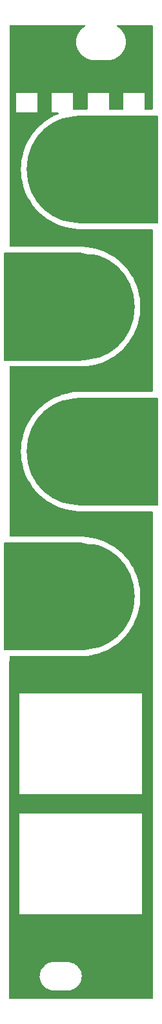
<source format=gbr>
%TF.GenerationSoftware,KiCad,Pcbnew,(6.0.11)*%
%TF.CreationDate,2023-03-29T15:24:13+01:00*%
%TF.ProjectId,QuadEnv_Panel,51756164-456e-4765-9f50-616e656c2e6b,rev?*%
%TF.SameCoordinates,Original*%
%TF.FileFunction,Copper,L2,Bot*%
%TF.FilePolarity,Positive*%
%FSLAX46Y46*%
G04 Gerber Fmt 4.6, Leading zero omitted, Abs format (unit mm)*
G04 Created by KiCad (PCBNEW (6.0.11)) date 2023-03-29 15:24:13*
%MOMM*%
%LPD*%
G01*
G04 APERTURE LIST*
%TA.AperFunction,NonConductor*%
%ADD10C,0.150000*%
%TD*%
%TA.AperFunction,NonConductor*%
%ADD11C,7.075000*%
%TD*%
G04 APERTURE END LIST*
D10*
X49400000Y-117000000D02*
X59400000Y-117000000D01*
X59400000Y-117000000D02*
X59400000Y-103000000D01*
X59400000Y-103000000D02*
X49400000Y-103000000D01*
X49400000Y-103000000D02*
X49400000Y-117000000D01*
G36*
X49400000Y-117000000D02*
G01*
X59400000Y-117000000D01*
X59400000Y-103000000D01*
X49400000Y-103000000D01*
X49400000Y-117000000D01*
G37*
X69500000Y-84000000D02*
X59400000Y-84000000D01*
X59400000Y-84000000D02*
X59400000Y-98000000D01*
X59400000Y-98000000D02*
X69500000Y-98000000D01*
X69500000Y-98000000D02*
X69500000Y-84000000D01*
G36*
X69500000Y-84000000D02*
G01*
X59400000Y-84000000D01*
X59400000Y-98000000D01*
X69500000Y-98000000D01*
X69500000Y-84000000D01*
G37*
D11*
X62937500Y-54000000D02*
G75*
G03*
X62937500Y-54000000I-3537500J0D01*
G01*
X62937500Y-110000000D02*
G75*
G03*
X62937500Y-110000000I-3537500J0D01*
G01*
X62937500Y-72000000D02*
G75*
G03*
X62937500Y-72000000I-3537500J0D01*
G01*
X62937500Y-91000000D02*
G75*
G03*
X62937500Y-91000000I-3537500J0D01*
G01*
D10*
X49400000Y-79000000D02*
X59400000Y-79000000D01*
X59400000Y-79000000D02*
X59400000Y-65000000D01*
X59400000Y-65000000D02*
X49400000Y-65000000D01*
X49400000Y-65000000D02*
X49400000Y-79000000D01*
G36*
X49400000Y-79000000D02*
G01*
X59400000Y-79000000D01*
X59400000Y-65000000D01*
X49400000Y-65000000D01*
X49400000Y-79000000D01*
G37*
X69500000Y-47000000D02*
X59200000Y-47000000D01*
X59200000Y-47000000D02*
X59200000Y-61000000D01*
X59200000Y-61000000D02*
X69500000Y-61000000D01*
X69500000Y-61000000D02*
X69500000Y-47000000D01*
G36*
X69500000Y-47000000D02*
G01*
X59200000Y-47000000D01*
X59200000Y-61000000D01*
X69500000Y-61000000D01*
X69500000Y-47000000D01*
G37*
%TA.AperFunction,NonConductor*%
G36*
X59968582Y-35070502D02*
G01*
X60015075Y-35124158D01*
X60025179Y-35194432D01*
X59995685Y-35259012D01*
X59970463Y-35281265D01*
X59749467Y-35428929D01*
X59749462Y-35428933D01*
X59746036Y-35431222D01*
X59742942Y-35433936D01*
X59742936Y-35433940D01*
X59517469Y-35631671D01*
X59514380Y-35634380D01*
X59511671Y-35637469D01*
X59313940Y-35862936D01*
X59313936Y-35862942D01*
X59311222Y-35866036D01*
X59140040Y-36122228D01*
X59003762Y-36398573D01*
X58904720Y-36690341D01*
X58844609Y-36992540D01*
X58824457Y-37300000D01*
X58844609Y-37607460D01*
X58904720Y-37909659D01*
X59003762Y-38201427D01*
X59140040Y-38477771D01*
X59311222Y-38733964D01*
X59313936Y-38737058D01*
X59313940Y-38737064D01*
X59511671Y-38962531D01*
X59514380Y-38965620D01*
X59517469Y-38968329D01*
X59742936Y-39166060D01*
X59742942Y-39166064D01*
X59746036Y-39168778D01*
X60002229Y-39339960D01*
X60005928Y-39341784D01*
X60005933Y-39341787D01*
X60147962Y-39411828D01*
X60278573Y-39476238D01*
X60282478Y-39477564D01*
X60282479Y-39477564D01*
X60566434Y-39573954D01*
X60566437Y-39573955D01*
X60570341Y-39575280D01*
X60574380Y-39576083D01*
X60574386Y-39576085D01*
X60868497Y-39634587D01*
X60868500Y-39634587D01*
X60872540Y-39635391D01*
X60876651Y-39635660D01*
X60876655Y-39635661D01*
X61101010Y-39650366D01*
X61101019Y-39650366D01*
X61103059Y-39650500D01*
X63056941Y-39650500D01*
X63058981Y-39650366D01*
X63058990Y-39650366D01*
X63283345Y-39635661D01*
X63283349Y-39635660D01*
X63287460Y-39635391D01*
X63291500Y-39634587D01*
X63291503Y-39634587D01*
X63585614Y-39576085D01*
X63585620Y-39576083D01*
X63589659Y-39575280D01*
X63593563Y-39573955D01*
X63593566Y-39573954D01*
X63877521Y-39477564D01*
X63877522Y-39477564D01*
X63881427Y-39476238D01*
X64012038Y-39411828D01*
X64154067Y-39341787D01*
X64154072Y-39341784D01*
X64157771Y-39339960D01*
X64413964Y-39168778D01*
X64417058Y-39166064D01*
X64417064Y-39166060D01*
X64642531Y-38968329D01*
X64645620Y-38965620D01*
X64648329Y-38962531D01*
X64846060Y-38737064D01*
X64846064Y-38737058D01*
X64848778Y-38733964D01*
X65019960Y-38477772D01*
X65156238Y-38201427D01*
X65255280Y-37909659D01*
X65315391Y-37607460D01*
X65335543Y-37300000D01*
X65315391Y-36992540D01*
X65255280Y-36690341D01*
X65156238Y-36398573D01*
X65019960Y-36122229D01*
X64848778Y-35866036D01*
X64846064Y-35862942D01*
X64846060Y-35862936D01*
X64648329Y-35637469D01*
X64645620Y-35634380D01*
X64642531Y-35631671D01*
X64417064Y-35433940D01*
X64417058Y-35433936D01*
X64413964Y-35431222D01*
X64410538Y-35428933D01*
X64410533Y-35428929D01*
X64189537Y-35281265D01*
X64144009Y-35226788D01*
X64135161Y-35156345D01*
X64165802Y-35092301D01*
X64226204Y-35054990D01*
X64259539Y-35050500D01*
X68723500Y-35050500D01*
X68791621Y-35070502D01*
X68838114Y-35124158D01*
X68849500Y-35176500D01*
X68849500Y-46048500D01*
X68829498Y-46116621D01*
X68775842Y-46163114D01*
X68723500Y-46174500D01*
X67926000Y-46174500D01*
X67857879Y-46154498D01*
X67811386Y-46100842D01*
X67800000Y-46048500D01*
X67800000Y-44000000D01*
X65000000Y-44000000D01*
X65000000Y-46048500D01*
X64979998Y-46116621D01*
X64926342Y-46163114D01*
X64874000Y-46174500D01*
X63226000Y-46174500D01*
X63157879Y-46154498D01*
X63111386Y-46100842D01*
X63100000Y-46048500D01*
X63100000Y-44000000D01*
X60300000Y-44000000D01*
X60300000Y-46048500D01*
X60279998Y-46116621D01*
X60226342Y-46163114D01*
X60174000Y-46174500D01*
X59679550Y-46174500D01*
X59675364Y-46174427D01*
X59673280Y-46174281D01*
X59276970Y-46174281D01*
X59256393Y-46172589D01*
X59254282Y-46172240D01*
X59253088Y-46172042D01*
X59253087Y-46172042D01*
X59246352Y-46170927D01*
X59239535Y-46171284D01*
X59239531Y-46171284D01*
X59185656Y-46174108D01*
X59179062Y-46174281D01*
X59126720Y-46174281D01*
X59124534Y-46174434D01*
X59124530Y-46174434D01*
X58652894Y-46207414D01*
X58581491Y-46212407D01*
X58579323Y-46212712D01*
X58579320Y-46212712D01*
X58543535Y-46217741D01*
X58473294Y-46207414D01*
X58419786Y-46160750D01*
X58400000Y-46092967D01*
X58400000Y-44000000D01*
X55600000Y-44000000D01*
X55600000Y-46500000D01*
X56412231Y-46500000D01*
X56480352Y-46520002D01*
X56526845Y-46573658D01*
X56536949Y-46643932D01*
X56507455Y-46708512D01*
X56463480Y-46741107D01*
X55967340Y-46962003D01*
X55484756Y-47218598D01*
X55482897Y-47219760D01*
X55482886Y-47219766D01*
X55220108Y-47383968D01*
X55021246Y-47508230D01*
X54579070Y-47829490D01*
X54577376Y-47830911D01*
X54577374Y-47830913D01*
X54162067Y-48179397D01*
X54162060Y-48179403D01*
X54160380Y-48180813D01*
X53767218Y-48560485D01*
X53765756Y-48562108D01*
X53765747Y-48562118D01*
X53465463Y-48895618D01*
X53401497Y-48966659D01*
X53065001Y-49397354D01*
X52759369Y-49850473D01*
X52486089Y-50323808D01*
X52246492Y-50815053D01*
X52245670Y-50817088D01*
X52245664Y-50817101D01*
X52042576Y-51319762D01*
X52041747Y-51321815D01*
X51872851Y-51841625D01*
X51740626Y-52371950D01*
X51645717Y-52910207D01*
X51588586Y-53453773D01*
X51569511Y-54000000D01*
X51588586Y-54546227D01*
X51645717Y-55089793D01*
X51740626Y-55628050D01*
X51872851Y-56158375D01*
X52041747Y-56678185D01*
X52042572Y-56680226D01*
X52042576Y-56680238D01*
X52245664Y-57182899D01*
X52245670Y-57182912D01*
X52246492Y-57184947D01*
X52486089Y-57676192D01*
X52759369Y-58149527D01*
X53065001Y-58602646D01*
X53401497Y-59033341D01*
X53402981Y-59034989D01*
X53765747Y-59437882D01*
X53765756Y-59437892D01*
X53767218Y-59439515D01*
X54160380Y-59819187D01*
X54162060Y-59820597D01*
X54162067Y-59820603D01*
X54577374Y-60169087D01*
X54579070Y-60170510D01*
X55021246Y-60491770D01*
X55484755Y-60781402D01*
X55967340Y-61037997D01*
X55969346Y-61038890D01*
X55969356Y-61038895D01*
X56464652Y-61259415D01*
X56464658Y-61259417D01*
X56466647Y-61260303D01*
X56468696Y-61261049D01*
X56468704Y-61261052D01*
X56667312Y-61333339D01*
X56980246Y-61447238D01*
X57505633Y-61597890D01*
X58040250Y-61711526D01*
X58581491Y-61787593D01*
X59097428Y-61823671D01*
X59103429Y-61824297D01*
X59107440Y-61825193D01*
X59112931Y-61825500D01*
X59120450Y-61825500D01*
X59124645Y-61825574D01*
X59126720Y-61825719D01*
X59127321Y-61825719D01*
X59142618Y-61827247D01*
X59146912Y-61827958D01*
X59146913Y-61827958D01*
X59153648Y-61829073D01*
X59160465Y-61828716D01*
X59160469Y-61828716D01*
X59214344Y-61825892D01*
X59220938Y-61825719D01*
X59673280Y-61825719D01*
X59675364Y-61825573D01*
X59679550Y-61825500D01*
X68723500Y-61825500D01*
X68791621Y-61845502D01*
X68838114Y-61899158D01*
X68849500Y-61951500D01*
X68849500Y-83048500D01*
X68829498Y-83116621D01*
X68775842Y-83163114D01*
X68723500Y-83174500D01*
X59679550Y-83174500D01*
X59675364Y-83174427D01*
X59673280Y-83174281D01*
X59476970Y-83174281D01*
X59456393Y-83172589D01*
X59454282Y-83172240D01*
X59453088Y-83172042D01*
X59453087Y-83172042D01*
X59446352Y-83170927D01*
X59439535Y-83171284D01*
X59439531Y-83171284D01*
X59385656Y-83174108D01*
X59379062Y-83174281D01*
X59126720Y-83174281D01*
X59124534Y-83174434D01*
X59124530Y-83174434D01*
X58583679Y-83212254D01*
X58581491Y-83212407D01*
X58040250Y-83288474D01*
X57505633Y-83402110D01*
X56980246Y-83552762D01*
X56667312Y-83666661D01*
X56468704Y-83738948D01*
X56468696Y-83738951D01*
X56466647Y-83739697D01*
X56464658Y-83740583D01*
X56464652Y-83740585D01*
X55969332Y-83961116D01*
X55967340Y-83962003D01*
X55484756Y-84218598D01*
X55482897Y-84219760D01*
X55482886Y-84219766D01*
X55220108Y-84383968D01*
X55021246Y-84508230D01*
X54579070Y-84829490D01*
X54577376Y-84830911D01*
X54577374Y-84830913D01*
X54162067Y-85179397D01*
X54162060Y-85179403D01*
X54160380Y-85180813D01*
X53767218Y-85560485D01*
X53765756Y-85562108D01*
X53765747Y-85562118D01*
X53465463Y-85895618D01*
X53401497Y-85966659D01*
X53065001Y-86397354D01*
X52759369Y-86850473D01*
X52486089Y-87323808D01*
X52246492Y-87815053D01*
X52245670Y-87817088D01*
X52245664Y-87817101D01*
X52042576Y-88319762D01*
X52041747Y-88321815D01*
X51872851Y-88841625D01*
X51740626Y-89371950D01*
X51645717Y-89910207D01*
X51588586Y-90453773D01*
X51569511Y-91000000D01*
X51588586Y-91546227D01*
X51645717Y-92089793D01*
X51740626Y-92628050D01*
X51872851Y-93158375D01*
X52041747Y-93678185D01*
X52042572Y-93680226D01*
X52042576Y-93680238D01*
X52245664Y-94182899D01*
X52245670Y-94182912D01*
X52246492Y-94184947D01*
X52486089Y-94676192D01*
X52759369Y-95149527D01*
X53065001Y-95602646D01*
X53401497Y-96033341D01*
X53402981Y-96034989D01*
X53765747Y-96437882D01*
X53765756Y-96437892D01*
X53767218Y-96439515D01*
X54160380Y-96819187D01*
X54162060Y-96820597D01*
X54162067Y-96820603D01*
X54577374Y-97169087D01*
X54579070Y-97170510D01*
X55021246Y-97491770D01*
X55484755Y-97781402D01*
X55967340Y-98037997D01*
X55969346Y-98038890D01*
X55969356Y-98038895D01*
X56464652Y-98259415D01*
X56464658Y-98259417D01*
X56466647Y-98260303D01*
X56468696Y-98261049D01*
X56468704Y-98261052D01*
X56667312Y-98333339D01*
X56980246Y-98447238D01*
X57505633Y-98597890D01*
X58040250Y-98711526D01*
X58581491Y-98787593D01*
X58583679Y-98787746D01*
X59124530Y-98825566D01*
X59124534Y-98825566D01*
X59126720Y-98825719D01*
X59323030Y-98825719D01*
X59343607Y-98827411D01*
X59345718Y-98827760D01*
X59346912Y-98827958D01*
X59346913Y-98827958D01*
X59353648Y-98829073D01*
X59360465Y-98828716D01*
X59360469Y-98828716D01*
X59414344Y-98825892D01*
X59420938Y-98825719D01*
X59673280Y-98825719D01*
X59675364Y-98825573D01*
X59679550Y-98825500D01*
X68723500Y-98825500D01*
X68791621Y-98845502D01*
X68838114Y-98899158D01*
X68849500Y-98951500D01*
X68849500Y-161923500D01*
X68829498Y-161991621D01*
X68775842Y-162038114D01*
X68723500Y-162049500D01*
X58959539Y-162049500D01*
X58891418Y-162029498D01*
X58844925Y-161975842D01*
X58834821Y-161905568D01*
X58864315Y-161840988D01*
X58889537Y-161818735D01*
X59110533Y-161671071D01*
X59110538Y-161671067D01*
X59113964Y-161668778D01*
X59117058Y-161666064D01*
X59117064Y-161666060D01*
X59342531Y-161468329D01*
X59345620Y-161465620D01*
X59348329Y-161462531D01*
X59546060Y-161237064D01*
X59546064Y-161237058D01*
X59548778Y-161233964D01*
X59719960Y-160977772D01*
X59856238Y-160701427D01*
X59955280Y-160409659D01*
X60015391Y-160107460D01*
X60035543Y-159800000D01*
X60015391Y-159492540D01*
X59955280Y-159190341D01*
X59856238Y-158898573D01*
X59719960Y-158622229D01*
X59548778Y-158366036D01*
X59546064Y-158362942D01*
X59546060Y-158362936D01*
X59348329Y-158137469D01*
X59345620Y-158134380D01*
X59342531Y-158131671D01*
X59117064Y-157933940D01*
X59117058Y-157933936D01*
X59113964Y-157931222D01*
X58857771Y-157760040D01*
X58854072Y-157758216D01*
X58854067Y-157758213D01*
X58712038Y-157688172D01*
X58581427Y-157623762D01*
X58577521Y-157622436D01*
X58293566Y-157526046D01*
X58293563Y-157526045D01*
X58289659Y-157524720D01*
X58285620Y-157523917D01*
X58285614Y-157523915D01*
X57991503Y-157465413D01*
X57991500Y-157465413D01*
X57987460Y-157464609D01*
X57983349Y-157464340D01*
X57983345Y-157464339D01*
X57758990Y-157449634D01*
X57758981Y-157449634D01*
X57756941Y-157449500D01*
X55803059Y-157449500D01*
X55801019Y-157449634D01*
X55801010Y-157449634D01*
X55576655Y-157464339D01*
X55576651Y-157464340D01*
X55572540Y-157464609D01*
X55568500Y-157465413D01*
X55568497Y-157465413D01*
X55274386Y-157523915D01*
X55274380Y-157523917D01*
X55270341Y-157524720D01*
X55266437Y-157526045D01*
X55266434Y-157526046D01*
X54982479Y-157622436D01*
X54978573Y-157623762D01*
X54847962Y-157688172D01*
X54705933Y-157758213D01*
X54705928Y-157758216D01*
X54702229Y-157760040D01*
X54446036Y-157931222D01*
X54442942Y-157933936D01*
X54442936Y-157933940D01*
X54217469Y-158131671D01*
X54214380Y-158134380D01*
X54211671Y-158137469D01*
X54013940Y-158362936D01*
X54013936Y-158362942D01*
X54011222Y-158366036D01*
X53840040Y-158622228D01*
X53703762Y-158898573D01*
X53604720Y-159190341D01*
X53544609Y-159492540D01*
X53524457Y-159800000D01*
X53544609Y-160107460D01*
X53604720Y-160409659D01*
X53703762Y-160701427D01*
X53840040Y-160977771D01*
X54011222Y-161233964D01*
X54013936Y-161237058D01*
X54013940Y-161237064D01*
X54211671Y-161462531D01*
X54214380Y-161465620D01*
X54217469Y-161468329D01*
X54442936Y-161666060D01*
X54442942Y-161666064D01*
X54446036Y-161668778D01*
X54449462Y-161671067D01*
X54449467Y-161671071D01*
X54670463Y-161818735D01*
X54715991Y-161873212D01*
X54724839Y-161943655D01*
X54694198Y-162007699D01*
X54633796Y-162045010D01*
X54600461Y-162049500D01*
X50176500Y-162049500D01*
X50108379Y-162029498D01*
X50061886Y-161975842D01*
X50050500Y-161923500D01*
X50050500Y-151745862D01*
X50580497Y-151745862D01*
X50581737Y-151753077D01*
X50581737Y-151753080D01*
X50591299Y-151808724D01*
X50592271Y-151815473D01*
X50599657Y-151878828D01*
X50602155Y-151885709D01*
X50602821Y-151887544D01*
X50608563Y-151909200D01*
X50608893Y-151911122D01*
X50608894Y-151911127D01*
X50610134Y-151918340D01*
X50613000Y-151925076D01*
X50613002Y-151925082D01*
X50635109Y-151977036D01*
X50637608Y-151983379D01*
X50659369Y-152043331D01*
X50663383Y-152049454D01*
X50663386Y-152049459D01*
X50664458Y-152051095D01*
X50675023Y-152070838D01*
X50678654Y-152079373D01*
X50682992Y-152085268D01*
X50682994Y-152085271D01*
X50716465Y-152130753D01*
X50720352Y-152136345D01*
X50755323Y-152189685D01*
X50760634Y-152194716D01*
X50760638Y-152194721D01*
X50762058Y-152196066D01*
X50776888Y-152212858D01*
X50778042Y-152214427D01*
X50778048Y-152214434D01*
X50782383Y-152220324D01*
X50787957Y-152225059D01*
X50787963Y-152225066D01*
X50830987Y-152261618D01*
X50836059Y-152266168D01*
X50839870Y-152269778D01*
X50882372Y-152310040D01*
X50890401Y-152314703D01*
X50908695Y-152327634D01*
X50915755Y-152333632D01*
X50922277Y-152336962D01*
X50922278Y-152336963D01*
X50972549Y-152362632D01*
X50978532Y-152365893D01*
X51033702Y-152397939D01*
X51040708Y-152400061D01*
X51042577Y-152400627D01*
X51063351Y-152408999D01*
X51071616Y-152413219D01*
X51097835Y-152419634D01*
X51133574Y-152428380D01*
X51140149Y-152430179D01*
X51194185Y-152446545D01*
X51194189Y-152446546D01*
X51201193Y-152448667D01*
X51210071Y-152449218D01*
X51210457Y-152449242D01*
X51232586Y-152452609D01*
X51236151Y-152453481D01*
X51236158Y-152453482D01*
X51241606Y-152454815D01*
X51248923Y-152455269D01*
X51250709Y-152455380D01*
X51250718Y-152455380D01*
X51252648Y-152455500D01*
X51307435Y-152455500D01*
X51315237Y-152455742D01*
X51375862Y-152459503D01*
X51383078Y-152458263D01*
X51383079Y-152458263D01*
X51384947Y-152457942D01*
X51388568Y-152457320D01*
X51409904Y-152455500D01*
X67437435Y-152455500D01*
X67445237Y-152455742D01*
X67505862Y-152459503D01*
X67513077Y-152458263D01*
X67513080Y-152458263D01*
X67568724Y-152448701D01*
X67575473Y-152447729D01*
X67631554Y-152441191D01*
X67638828Y-152440343D01*
X67647548Y-152437178D01*
X67669200Y-152431437D01*
X67671122Y-152431107D01*
X67671127Y-152431106D01*
X67678340Y-152429866D01*
X67685076Y-152427000D01*
X67685082Y-152426998D01*
X67737036Y-152404891D01*
X67743380Y-152402392D01*
X67796450Y-152383129D01*
X67796452Y-152383128D01*
X67803331Y-152380631D01*
X67809454Y-152376617D01*
X67809459Y-152376614D01*
X67811095Y-152375542D01*
X67830839Y-152364977D01*
X67832638Y-152364212D01*
X67832640Y-152364211D01*
X67839373Y-152361346D01*
X67845268Y-152357008D01*
X67845271Y-152357006D01*
X67890753Y-152323535D01*
X67896351Y-152319644D01*
X67943566Y-152288689D01*
X67943567Y-152288688D01*
X67949685Y-152284677D01*
X67954716Y-152279366D01*
X67954721Y-152279362D01*
X67956066Y-152277942D01*
X67972858Y-152263112D01*
X67974427Y-152261958D01*
X67974434Y-152261952D01*
X67980324Y-152257617D01*
X67985059Y-152252043D01*
X67985066Y-152252037D01*
X68021618Y-152209013D01*
X68026168Y-152203941D01*
X68065006Y-152162942D01*
X68070040Y-152157628D01*
X68074703Y-152149599D01*
X68087634Y-152131305D01*
X68088889Y-152129828D01*
X68088890Y-152129827D01*
X68093632Y-152124245D01*
X68122634Y-152067447D01*
X68125895Y-152061465D01*
X68154263Y-152012627D01*
X68154264Y-152012626D01*
X68157939Y-152006298D01*
X68160627Y-151997422D01*
X68168999Y-151976649D01*
X68173219Y-151968384D01*
X68183815Y-151925082D01*
X68188380Y-151906426D01*
X68190179Y-151899851D01*
X68206545Y-151845815D01*
X68206546Y-151845811D01*
X68208667Y-151838807D01*
X68209242Y-151829543D01*
X68212609Y-151807414D01*
X68213481Y-151803849D01*
X68213482Y-151803842D01*
X68214815Y-151798394D01*
X68215500Y-151787352D01*
X68215500Y-151732565D01*
X68215742Y-151724763D01*
X68219049Y-151671449D01*
X68219503Y-151664138D01*
X68217320Y-151651432D01*
X68215500Y-151630096D01*
X68215500Y-138522565D01*
X68215742Y-138514763D01*
X68219049Y-138461449D01*
X68219503Y-138454138D01*
X68212374Y-138412648D01*
X68208701Y-138391276D01*
X68207729Y-138384527D01*
X68201191Y-138328446D01*
X68200343Y-138321172D01*
X68197178Y-138312452D01*
X68191437Y-138290800D01*
X68191107Y-138288878D01*
X68191106Y-138288873D01*
X68189866Y-138281660D01*
X68187000Y-138274924D01*
X68186998Y-138274918D01*
X68164891Y-138222964D01*
X68162392Y-138216620D01*
X68143129Y-138163550D01*
X68143128Y-138163548D01*
X68140631Y-138156669D01*
X68136617Y-138150546D01*
X68136614Y-138150541D01*
X68135542Y-138148905D01*
X68124977Y-138129161D01*
X68124212Y-138127362D01*
X68124211Y-138127360D01*
X68121346Y-138120627D01*
X68117006Y-138114729D01*
X68083535Y-138069247D01*
X68079644Y-138063649D01*
X68048689Y-138016434D01*
X68048688Y-138016433D01*
X68044677Y-138010315D01*
X68039366Y-138005284D01*
X68039362Y-138005279D01*
X68037942Y-138003934D01*
X68023112Y-137987142D01*
X68021958Y-137985573D01*
X68021952Y-137985566D01*
X68017617Y-137979676D01*
X68012043Y-137974941D01*
X68012037Y-137974934D01*
X67969013Y-137938382D01*
X67963941Y-137933832D01*
X67922942Y-137894994D01*
X67917628Y-137889960D01*
X67909599Y-137885297D01*
X67891305Y-137872366D01*
X67889828Y-137871111D01*
X67889827Y-137871110D01*
X67884245Y-137866368D01*
X67827447Y-137837366D01*
X67821465Y-137834105D01*
X67772627Y-137805737D01*
X67772626Y-137805736D01*
X67766298Y-137802061D01*
X67757422Y-137799373D01*
X67736649Y-137791001D01*
X67728384Y-137786781D01*
X67702165Y-137780366D01*
X67666426Y-137771620D01*
X67659851Y-137769821D01*
X67605815Y-137753455D01*
X67605811Y-137753454D01*
X67598807Y-137751333D01*
X67589929Y-137750782D01*
X67589543Y-137750758D01*
X67567414Y-137747391D01*
X67563849Y-137746519D01*
X67563842Y-137746518D01*
X67558394Y-137745185D01*
X67551077Y-137744731D01*
X67549291Y-137744620D01*
X67549282Y-137744620D01*
X67547352Y-137744500D01*
X67492565Y-137744500D01*
X67484763Y-137744258D01*
X67424138Y-137740497D01*
X67416922Y-137741737D01*
X67416921Y-137741737D01*
X67415053Y-137742058D01*
X67411432Y-137742680D01*
X67390096Y-137744500D01*
X51362565Y-137744500D01*
X51354763Y-137744258D01*
X51294138Y-137740497D01*
X51286923Y-137741737D01*
X51286920Y-137741737D01*
X51231276Y-137751299D01*
X51224526Y-137752271D01*
X51161172Y-137759657D01*
X51152452Y-137762822D01*
X51130800Y-137768563D01*
X51128878Y-137768893D01*
X51128873Y-137768894D01*
X51121660Y-137770134D01*
X51114924Y-137773000D01*
X51114918Y-137773002D01*
X51062964Y-137795109D01*
X51056620Y-137797608D01*
X51003550Y-137816871D01*
X51003548Y-137816872D01*
X50996669Y-137819369D01*
X50990546Y-137823383D01*
X50990541Y-137823386D01*
X50988905Y-137824458D01*
X50969161Y-137835023D01*
X50967362Y-137835788D01*
X50967360Y-137835789D01*
X50960627Y-137838654D01*
X50954732Y-137842992D01*
X50954729Y-137842994D01*
X50909247Y-137876465D01*
X50903655Y-137880352D01*
X50850315Y-137915323D01*
X50845284Y-137920634D01*
X50845279Y-137920638D01*
X50843934Y-137922058D01*
X50827142Y-137936888D01*
X50825573Y-137938042D01*
X50825566Y-137938048D01*
X50819676Y-137942383D01*
X50814941Y-137947957D01*
X50814934Y-137947963D01*
X50778382Y-137990987D01*
X50773832Y-137996059D01*
X50754531Y-138016434D01*
X50729960Y-138042372D01*
X50725297Y-138050401D01*
X50712366Y-138068695D01*
X50706368Y-138075755D01*
X50680017Y-138127362D01*
X50677368Y-138132549D01*
X50674107Y-138138532D01*
X50642061Y-138193702D01*
X50639939Y-138200708D01*
X50639373Y-138202577D01*
X50631001Y-138223351D01*
X50626781Y-138231616D01*
X50625040Y-138238732D01*
X50611620Y-138293574D01*
X50609821Y-138300149D01*
X50593455Y-138354185D01*
X50593454Y-138354189D01*
X50591333Y-138361193D01*
X50590880Y-138368497D01*
X50590758Y-138370457D01*
X50587391Y-138392586D01*
X50586519Y-138396151D01*
X50586518Y-138396158D01*
X50585185Y-138401606D01*
X50584500Y-138412648D01*
X50584500Y-138467435D01*
X50584258Y-138475237D01*
X50580497Y-138535862D01*
X50581737Y-138543078D01*
X50581737Y-138543079D01*
X50582680Y-138548565D01*
X50584500Y-138569904D01*
X50584500Y-151677435D01*
X50584258Y-151685237D01*
X50580497Y-151745862D01*
X50050500Y-151745862D01*
X50050500Y-135945862D01*
X50580497Y-135945862D01*
X50581737Y-135953077D01*
X50581737Y-135953080D01*
X50591299Y-136008724D01*
X50592271Y-136015473D01*
X50599657Y-136078828D01*
X50602155Y-136085709D01*
X50602821Y-136087544D01*
X50608563Y-136109200D01*
X50608893Y-136111122D01*
X50608894Y-136111127D01*
X50610134Y-136118340D01*
X50613000Y-136125076D01*
X50613002Y-136125082D01*
X50635109Y-136177036D01*
X50637608Y-136183379D01*
X50659369Y-136243331D01*
X50663383Y-136249454D01*
X50663386Y-136249459D01*
X50664458Y-136251095D01*
X50675023Y-136270838D01*
X50678654Y-136279373D01*
X50682992Y-136285268D01*
X50682994Y-136285271D01*
X50716465Y-136330753D01*
X50720352Y-136336345D01*
X50755323Y-136389685D01*
X50760634Y-136394716D01*
X50760638Y-136394721D01*
X50762058Y-136396066D01*
X50776888Y-136412858D01*
X50778042Y-136414427D01*
X50778048Y-136414434D01*
X50782383Y-136420324D01*
X50787957Y-136425059D01*
X50787963Y-136425066D01*
X50830987Y-136461618D01*
X50836059Y-136466168D01*
X50839870Y-136469778D01*
X50882372Y-136510040D01*
X50890401Y-136514703D01*
X50908695Y-136527634D01*
X50915755Y-136533632D01*
X50922277Y-136536962D01*
X50922278Y-136536963D01*
X50972549Y-136562632D01*
X50978532Y-136565893D01*
X51033702Y-136597939D01*
X51040708Y-136600061D01*
X51042577Y-136600627D01*
X51063351Y-136608999D01*
X51071616Y-136613219D01*
X51097835Y-136619634D01*
X51133574Y-136628380D01*
X51140149Y-136630179D01*
X51194185Y-136646545D01*
X51194189Y-136646546D01*
X51201193Y-136648667D01*
X51210071Y-136649218D01*
X51210457Y-136649242D01*
X51232586Y-136652609D01*
X51236151Y-136653481D01*
X51236158Y-136653482D01*
X51241606Y-136654815D01*
X51248923Y-136655269D01*
X51250709Y-136655380D01*
X51250718Y-136655380D01*
X51252648Y-136655500D01*
X51307435Y-136655500D01*
X51315237Y-136655742D01*
X51375862Y-136659503D01*
X51383078Y-136658263D01*
X51383079Y-136658263D01*
X51384947Y-136657942D01*
X51388568Y-136657320D01*
X51409904Y-136655500D01*
X67437435Y-136655500D01*
X67445237Y-136655742D01*
X67505862Y-136659503D01*
X67513077Y-136658263D01*
X67513080Y-136658263D01*
X67568724Y-136648701D01*
X67575473Y-136647729D01*
X67631554Y-136641191D01*
X67638828Y-136640343D01*
X67647548Y-136637178D01*
X67669200Y-136631437D01*
X67671122Y-136631107D01*
X67671127Y-136631106D01*
X67678340Y-136629866D01*
X67685076Y-136627000D01*
X67685082Y-136626998D01*
X67737036Y-136604891D01*
X67743380Y-136602392D01*
X67796450Y-136583129D01*
X67796452Y-136583128D01*
X67803331Y-136580631D01*
X67809454Y-136576617D01*
X67809459Y-136576614D01*
X67811095Y-136575542D01*
X67830839Y-136564977D01*
X67832638Y-136564212D01*
X67832640Y-136564211D01*
X67839373Y-136561346D01*
X67845268Y-136557008D01*
X67845271Y-136557006D01*
X67890753Y-136523535D01*
X67896351Y-136519644D01*
X67943566Y-136488689D01*
X67943567Y-136488688D01*
X67949685Y-136484677D01*
X67954716Y-136479366D01*
X67954721Y-136479362D01*
X67956066Y-136477942D01*
X67972858Y-136463112D01*
X67974427Y-136461958D01*
X67974434Y-136461952D01*
X67980324Y-136457617D01*
X67985059Y-136452043D01*
X67985066Y-136452037D01*
X68021618Y-136409013D01*
X68026168Y-136403941D01*
X68065006Y-136362942D01*
X68070040Y-136357628D01*
X68074703Y-136349599D01*
X68087634Y-136331305D01*
X68088889Y-136329828D01*
X68088890Y-136329827D01*
X68093632Y-136324245D01*
X68122634Y-136267447D01*
X68125895Y-136261465D01*
X68154263Y-136212627D01*
X68154264Y-136212626D01*
X68157939Y-136206298D01*
X68160627Y-136197422D01*
X68168999Y-136176649D01*
X68173219Y-136168384D01*
X68183815Y-136125082D01*
X68188380Y-136106426D01*
X68190179Y-136099851D01*
X68206545Y-136045815D01*
X68206546Y-136045811D01*
X68208667Y-136038807D01*
X68209242Y-136029543D01*
X68212609Y-136007414D01*
X68213481Y-136003849D01*
X68213482Y-136003842D01*
X68214815Y-135998394D01*
X68215500Y-135987352D01*
X68215500Y-135932565D01*
X68215742Y-135924763D01*
X68219049Y-135871449D01*
X68219503Y-135864138D01*
X68217320Y-135851432D01*
X68215500Y-135830096D01*
X68215500Y-122722565D01*
X68215742Y-122714763D01*
X68219049Y-122661449D01*
X68219503Y-122654138D01*
X68212374Y-122612648D01*
X68208701Y-122591276D01*
X68207729Y-122584527D01*
X68201191Y-122528446D01*
X68200343Y-122521172D01*
X68197178Y-122512452D01*
X68191437Y-122490800D01*
X68191107Y-122488878D01*
X68191106Y-122488873D01*
X68189866Y-122481660D01*
X68187000Y-122474924D01*
X68186998Y-122474918D01*
X68164891Y-122422964D01*
X68162392Y-122416620D01*
X68143129Y-122363550D01*
X68143128Y-122363548D01*
X68140631Y-122356669D01*
X68136617Y-122350546D01*
X68136614Y-122350541D01*
X68135542Y-122348905D01*
X68124977Y-122329161D01*
X68124212Y-122327362D01*
X68124211Y-122327360D01*
X68121346Y-122320627D01*
X68117006Y-122314729D01*
X68083535Y-122269247D01*
X68079644Y-122263649D01*
X68048689Y-122216434D01*
X68048688Y-122216433D01*
X68044677Y-122210315D01*
X68039366Y-122205284D01*
X68039362Y-122205279D01*
X68037942Y-122203934D01*
X68023112Y-122187142D01*
X68021958Y-122185573D01*
X68021952Y-122185566D01*
X68017617Y-122179676D01*
X68012043Y-122174941D01*
X68012037Y-122174934D01*
X67969013Y-122138382D01*
X67963941Y-122133832D01*
X67922942Y-122094994D01*
X67917628Y-122089960D01*
X67909599Y-122085297D01*
X67891305Y-122072366D01*
X67889828Y-122071111D01*
X67889827Y-122071110D01*
X67884245Y-122066368D01*
X67827447Y-122037366D01*
X67821465Y-122034105D01*
X67772627Y-122005737D01*
X67772626Y-122005736D01*
X67766298Y-122002061D01*
X67757422Y-121999373D01*
X67736649Y-121991001D01*
X67728384Y-121986781D01*
X67702165Y-121980366D01*
X67666426Y-121971620D01*
X67659851Y-121969821D01*
X67605815Y-121953455D01*
X67605811Y-121953454D01*
X67598807Y-121951333D01*
X67589929Y-121950782D01*
X67589543Y-121950758D01*
X67567414Y-121947391D01*
X67563849Y-121946519D01*
X67563842Y-121946518D01*
X67558394Y-121945185D01*
X67551077Y-121944731D01*
X67549291Y-121944620D01*
X67549282Y-121944620D01*
X67547352Y-121944500D01*
X67492565Y-121944500D01*
X67484763Y-121944258D01*
X67424138Y-121940497D01*
X67416922Y-121941737D01*
X67416921Y-121941737D01*
X67415053Y-121942058D01*
X67411432Y-121942680D01*
X67390096Y-121944500D01*
X51362565Y-121944500D01*
X51354763Y-121944258D01*
X51294138Y-121940497D01*
X51286923Y-121941737D01*
X51286920Y-121941737D01*
X51231276Y-121951299D01*
X51224526Y-121952271D01*
X51161172Y-121959657D01*
X51152452Y-121962822D01*
X51130800Y-121968563D01*
X51128878Y-121968893D01*
X51128873Y-121968894D01*
X51121660Y-121970134D01*
X51114924Y-121973000D01*
X51114918Y-121973002D01*
X51062964Y-121995109D01*
X51056620Y-121997608D01*
X51003550Y-122016871D01*
X51003548Y-122016872D01*
X50996669Y-122019369D01*
X50990546Y-122023383D01*
X50990541Y-122023386D01*
X50988905Y-122024458D01*
X50969161Y-122035023D01*
X50967362Y-122035788D01*
X50967360Y-122035789D01*
X50960627Y-122038654D01*
X50954732Y-122042992D01*
X50954729Y-122042994D01*
X50909247Y-122076465D01*
X50903655Y-122080352D01*
X50850315Y-122115323D01*
X50845284Y-122120634D01*
X50845279Y-122120638D01*
X50843934Y-122122058D01*
X50827142Y-122136888D01*
X50825573Y-122138042D01*
X50825566Y-122138048D01*
X50819676Y-122142383D01*
X50814941Y-122147957D01*
X50814934Y-122147963D01*
X50778382Y-122190987D01*
X50773832Y-122196059D01*
X50754531Y-122216434D01*
X50729960Y-122242372D01*
X50725297Y-122250401D01*
X50712366Y-122268695D01*
X50706368Y-122275755D01*
X50680017Y-122327362D01*
X50677368Y-122332549D01*
X50674107Y-122338532D01*
X50642061Y-122393702D01*
X50639939Y-122400708D01*
X50639373Y-122402577D01*
X50631001Y-122423351D01*
X50626781Y-122431616D01*
X50625040Y-122438732D01*
X50611620Y-122493574D01*
X50609821Y-122500149D01*
X50593455Y-122554185D01*
X50593454Y-122554189D01*
X50591333Y-122561193D01*
X50590880Y-122568497D01*
X50590758Y-122570457D01*
X50587391Y-122592586D01*
X50586519Y-122596151D01*
X50586518Y-122596158D01*
X50585185Y-122601606D01*
X50584500Y-122612648D01*
X50584500Y-122667435D01*
X50584258Y-122675237D01*
X50580497Y-122735862D01*
X50581737Y-122743078D01*
X50581737Y-122743079D01*
X50582680Y-122748565D01*
X50584500Y-122769904D01*
X50584500Y-135877435D01*
X50584258Y-135885237D01*
X50580497Y-135945862D01*
X50050500Y-135945862D01*
X50050500Y-117951500D01*
X50070502Y-117883379D01*
X50124158Y-117836886D01*
X50176500Y-117825500D01*
X59120450Y-117825500D01*
X59124636Y-117825573D01*
X59126720Y-117825719D01*
X59323030Y-117825719D01*
X59343607Y-117827411D01*
X59345718Y-117827760D01*
X59346912Y-117827958D01*
X59346913Y-117827958D01*
X59353648Y-117829073D01*
X59360465Y-117828716D01*
X59360469Y-117828716D01*
X59414344Y-117825892D01*
X59420938Y-117825719D01*
X59673280Y-117825719D01*
X59675466Y-117825566D01*
X59675470Y-117825566D01*
X60216321Y-117787746D01*
X60218509Y-117787593D01*
X60759750Y-117711526D01*
X61294367Y-117597890D01*
X61819754Y-117447238D01*
X62132688Y-117333339D01*
X62331296Y-117261052D01*
X62331304Y-117261049D01*
X62333353Y-117260303D01*
X62335342Y-117259417D01*
X62335348Y-117259415D01*
X62830644Y-117038895D01*
X62830654Y-117038890D01*
X62832660Y-117037997D01*
X63315245Y-116781402D01*
X63778754Y-116491770D01*
X64220930Y-116170510D01*
X64222626Y-116169087D01*
X64637933Y-115820603D01*
X64637940Y-115820597D01*
X64639620Y-115819187D01*
X65032782Y-115439515D01*
X65034244Y-115437892D01*
X65034253Y-115437882D01*
X65397019Y-115034989D01*
X65398503Y-115033341D01*
X65734999Y-114602646D01*
X66040631Y-114149527D01*
X66313911Y-113676192D01*
X66553508Y-113184947D01*
X66554330Y-113182912D01*
X66554336Y-113182899D01*
X66757424Y-112680238D01*
X66757428Y-112680226D01*
X66758253Y-112678185D01*
X66927149Y-112158375D01*
X67059374Y-111628050D01*
X67154283Y-111089793D01*
X67211414Y-110546227D01*
X67230489Y-110000000D01*
X67211414Y-109453773D01*
X67154283Y-108910207D01*
X67059374Y-108371950D01*
X66927149Y-107841625D01*
X66758253Y-107321815D01*
X66757424Y-107319762D01*
X66554336Y-106817101D01*
X66554330Y-106817088D01*
X66553508Y-106815053D01*
X66313911Y-106323808D01*
X66040631Y-105850473D01*
X65734999Y-105397354D01*
X65398503Y-104966659D01*
X65334537Y-104895618D01*
X65034253Y-104562118D01*
X65034244Y-104562108D01*
X65032782Y-104560485D01*
X64639620Y-104180813D01*
X64637940Y-104179403D01*
X64637933Y-104179397D01*
X64222626Y-103830913D01*
X64222624Y-103830911D01*
X64220930Y-103829490D01*
X63778754Y-103508230D01*
X63315245Y-103218598D01*
X62832660Y-102962003D01*
X62830654Y-102961110D01*
X62830644Y-102961105D01*
X62335348Y-102740585D01*
X62335342Y-102740583D01*
X62333353Y-102739697D01*
X62331304Y-102738951D01*
X62331296Y-102738948D01*
X62132688Y-102666661D01*
X61819754Y-102552762D01*
X61294367Y-102402110D01*
X60759750Y-102288474D01*
X60218509Y-102212407D01*
X60216321Y-102212254D01*
X59675470Y-102174434D01*
X59675466Y-102174434D01*
X59673280Y-102174281D01*
X59476970Y-102174281D01*
X59456393Y-102172589D01*
X59454282Y-102172240D01*
X59453088Y-102172042D01*
X59453087Y-102172042D01*
X59446352Y-102170927D01*
X59439535Y-102171284D01*
X59439531Y-102171284D01*
X59385656Y-102174108D01*
X59379062Y-102174281D01*
X59126720Y-102174281D01*
X59124636Y-102174427D01*
X59120450Y-102174500D01*
X50176500Y-102174500D01*
X50108379Y-102154498D01*
X50061886Y-102100842D01*
X50050500Y-102048500D01*
X50050500Y-79951500D01*
X50070502Y-79883379D01*
X50124158Y-79836886D01*
X50176500Y-79825500D01*
X59120450Y-79825500D01*
X59124636Y-79825573D01*
X59126720Y-79825719D01*
X59323030Y-79825719D01*
X59343607Y-79827411D01*
X59345718Y-79827760D01*
X59346912Y-79827958D01*
X59346913Y-79827958D01*
X59353648Y-79829073D01*
X59360465Y-79828716D01*
X59360469Y-79828716D01*
X59414344Y-79825892D01*
X59420938Y-79825719D01*
X59673280Y-79825719D01*
X59675466Y-79825566D01*
X59675470Y-79825566D01*
X60216321Y-79787746D01*
X60218509Y-79787593D01*
X60759750Y-79711526D01*
X61294367Y-79597890D01*
X61819754Y-79447238D01*
X62132688Y-79333339D01*
X62331296Y-79261052D01*
X62331304Y-79261049D01*
X62333353Y-79260303D01*
X62335342Y-79259417D01*
X62335348Y-79259415D01*
X62830644Y-79038895D01*
X62830654Y-79038890D01*
X62832660Y-79037997D01*
X63315245Y-78781402D01*
X63778754Y-78491770D01*
X64220930Y-78170510D01*
X64222626Y-78169087D01*
X64637933Y-77820603D01*
X64637940Y-77820597D01*
X64639620Y-77819187D01*
X65032782Y-77439515D01*
X65034244Y-77437892D01*
X65034253Y-77437882D01*
X65397019Y-77034989D01*
X65398503Y-77033341D01*
X65734999Y-76602646D01*
X66040631Y-76149527D01*
X66313911Y-75676192D01*
X66553508Y-75184947D01*
X66554330Y-75182912D01*
X66554336Y-75182899D01*
X66757424Y-74680238D01*
X66757428Y-74680226D01*
X66758253Y-74678185D01*
X66927149Y-74158375D01*
X67059374Y-73628050D01*
X67154283Y-73089793D01*
X67211414Y-72546227D01*
X67230489Y-72000000D01*
X67211414Y-71453773D01*
X67154283Y-70910207D01*
X67059374Y-70371950D01*
X66927149Y-69841625D01*
X66758253Y-69321815D01*
X66757424Y-69319762D01*
X66554336Y-68817101D01*
X66554330Y-68817088D01*
X66553508Y-68815053D01*
X66313911Y-68323808D01*
X66040631Y-67850473D01*
X65734999Y-67397354D01*
X65398503Y-66966659D01*
X65334537Y-66895618D01*
X65034253Y-66562118D01*
X65034244Y-66562108D01*
X65032782Y-66560485D01*
X64639620Y-66180813D01*
X64637940Y-66179403D01*
X64637933Y-66179397D01*
X64222626Y-65830913D01*
X64222624Y-65830911D01*
X64220930Y-65829490D01*
X63778754Y-65508230D01*
X63315245Y-65218598D01*
X62832660Y-64962003D01*
X62830654Y-64961110D01*
X62830644Y-64961105D01*
X62335348Y-64740585D01*
X62335342Y-64740583D01*
X62333353Y-64739697D01*
X62331304Y-64738951D01*
X62331296Y-64738948D01*
X62132688Y-64666661D01*
X61819754Y-64552762D01*
X61294367Y-64402110D01*
X60759750Y-64288474D01*
X60218509Y-64212407D01*
X60216321Y-64212254D01*
X59675470Y-64174434D01*
X59675466Y-64174434D01*
X59673280Y-64174281D01*
X59476970Y-64174281D01*
X59456393Y-64172589D01*
X59454282Y-64172240D01*
X59453088Y-64172042D01*
X59453087Y-64172042D01*
X59446352Y-64170927D01*
X59439535Y-64171284D01*
X59439531Y-64171284D01*
X59385656Y-64174108D01*
X59379062Y-64174281D01*
X59126720Y-64174281D01*
X59124636Y-64174427D01*
X59120450Y-64174500D01*
X50176500Y-64174500D01*
X50108379Y-64154498D01*
X50061886Y-64100842D01*
X50050500Y-64048500D01*
X50050500Y-46500000D01*
X50900000Y-46500000D01*
X53700000Y-46500000D01*
X53700000Y-44000000D01*
X50900000Y-44000000D01*
X50900000Y-46500000D01*
X50050500Y-46500000D01*
X50050500Y-35176500D01*
X50070502Y-35108379D01*
X50124158Y-35061886D01*
X50176500Y-35050500D01*
X59900461Y-35050500D01*
X59968582Y-35070502D01*
G37*
%TD.AperFunction*%
%TA.AperFunction,NonConductor*%
G36*
X68900000Y-162799000D02*
G01*
X50000000Y-162799000D01*
X50000000Y-159842095D01*
X54025028Y-159842095D01*
X54050534Y-160109431D01*
X54114364Y-160370285D01*
X54215182Y-160619192D01*
X54350875Y-160850938D01*
X54353728Y-160854505D01*
X54465225Y-160993925D01*
X54518601Y-161060669D01*
X54714846Y-161243991D01*
X54807039Y-161307948D01*
X54931746Y-161394461D01*
X54931751Y-161394464D01*
X54935499Y-161397064D01*
X54939584Y-161399096D01*
X54939587Y-161399098D01*
X55055718Y-161456872D01*
X55175938Y-161516680D01*
X55180272Y-161518101D01*
X55180275Y-161518102D01*
X55426793Y-161598915D01*
X55426798Y-161598916D01*
X55431126Y-161600335D01*
X55435617Y-161601115D01*
X55435618Y-161601115D01*
X55691936Y-161645620D01*
X55691944Y-161645621D01*
X55695717Y-161646276D01*
X55699554Y-161646467D01*
X55778996Y-161650422D01*
X55779004Y-161650422D01*
X55780567Y-161650500D01*
X57748223Y-161650500D01*
X57750491Y-161650335D01*
X57750503Y-161650335D01*
X57880823Y-161640879D01*
X57947846Y-161636016D01*
X57952301Y-161635032D01*
X57952304Y-161635032D01*
X58205620Y-161579105D01*
X58205624Y-161579104D01*
X58210080Y-161578120D01*
X58377617Y-161514646D01*
X58456941Y-161484593D01*
X58456944Y-161484592D01*
X58461211Y-161482975D01*
X58695976Y-161352574D01*
X58838254Y-161243991D01*
X58905833Y-161192417D01*
X58905837Y-161192413D01*
X58909458Y-161189650D01*
X59097185Y-160997614D01*
X59255225Y-160780491D01*
X59342313Y-160614963D01*
X59378140Y-160546868D01*
X59378143Y-160546862D01*
X59380265Y-160542828D01*
X59439703Y-160374515D01*
X59468165Y-160293916D01*
X59468165Y-160293915D01*
X59469688Y-160289603D01*
X59521620Y-160026122D01*
X59521847Y-160021566D01*
X59534745Y-159762474D01*
X59534745Y-159762468D01*
X59534972Y-159757905D01*
X59509466Y-159490569D01*
X59445636Y-159229715D01*
X59344818Y-158980808D01*
X59209125Y-158749062D01*
X59098211Y-158610371D01*
X59044251Y-158542897D01*
X59044250Y-158542895D01*
X59041399Y-158539331D01*
X58845154Y-158356009D01*
X58685436Y-158245208D01*
X58628254Y-158205539D01*
X58628249Y-158205536D01*
X58624501Y-158202936D01*
X58620416Y-158200904D01*
X58620413Y-158200902D01*
X58448560Y-158115407D01*
X58384062Y-158083320D01*
X58379728Y-158081899D01*
X58379725Y-158081898D01*
X58133207Y-158001085D01*
X58133202Y-158001084D01*
X58128874Y-157999665D01*
X58124382Y-157998885D01*
X57868064Y-157954380D01*
X57868056Y-157954379D01*
X57864283Y-157953724D01*
X57855622Y-157953293D01*
X57781004Y-157949578D01*
X57780996Y-157949578D01*
X57779433Y-157949500D01*
X55811777Y-157949500D01*
X55809509Y-157949665D01*
X55809497Y-157949665D01*
X55679177Y-157959121D01*
X55612154Y-157963984D01*
X55607699Y-157964968D01*
X55607696Y-157964968D01*
X55354380Y-158020895D01*
X55354376Y-158020896D01*
X55349920Y-158021880D01*
X55224354Y-158069453D01*
X55103059Y-158115407D01*
X55103056Y-158115408D01*
X55098789Y-158117025D01*
X54864024Y-158247426D01*
X54860392Y-158250198D01*
X54654167Y-158407583D01*
X54654163Y-158407587D01*
X54650542Y-158410350D01*
X54462815Y-158602386D01*
X54304775Y-158819509D01*
X54302651Y-158823547D01*
X54181860Y-159053132D01*
X54181857Y-159053138D01*
X54179735Y-159057172D01*
X54178215Y-159061477D01*
X54178213Y-159061481D01*
X54118804Y-159229715D01*
X54090312Y-159310397D01*
X54038380Y-159573878D01*
X54038153Y-159578431D01*
X54038153Y-159578434D01*
X54028992Y-159762474D01*
X54025028Y-159842095D01*
X50000000Y-159842095D01*
X50000000Y-151705000D01*
X51333918Y-151705000D01*
X51334000Y-151705198D01*
X51334235Y-151705765D01*
X51335000Y-151706082D01*
X51335198Y-151706000D01*
X67464802Y-151706000D01*
X67465000Y-151706082D01*
X67465765Y-151705765D01*
X67466000Y-151705198D01*
X67466082Y-151705000D01*
X67466000Y-151704802D01*
X67466000Y-138495198D01*
X67466082Y-138495000D01*
X67465765Y-138494235D01*
X67465198Y-138494000D01*
X67465000Y-138493918D01*
X67464802Y-138494000D01*
X51335198Y-138494000D01*
X51335000Y-138493918D01*
X51334802Y-138494000D01*
X51334235Y-138494235D01*
X51333918Y-138495000D01*
X51334000Y-138495198D01*
X51334000Y-151704802D01*
X51333918Y-151705000D01*
X50000000Y-151705000D01*
X50000000Y-135905000D01*
X51333918Y-135905000D01*
X51334000Y-135905198D01*
X51334235Y-135905765D01*
X51335000Y-135906082D01*
X51335198Y-135906000D01*
X67464802Y-135906000D01*
X67465000Y-135906082D01*
X67465765Y-135905765D01*
X67466000Y-135905198D01*
X67466082Y-135905000D01*
X67466000Y-135904802D01*
X67466000Y-122695198D01*
X67466082Y-122695000D01*
X67465765Y-122694235D01*
X67465198Y-122694000D01*
X67465000Y-122693918D01*
X67464802Y-122694000D01*
X51335198Y-122694000D01*
X51335000Y-122693918D01*
X51334802Y-122694000D01*
X51334235Y-122694235D01*
X51333918Y-122695000D01*
X51334000Y-122695198D01*
X51334000Y-135904802D01*
X51333918Y-135905000D01*
X50000000Y-135905000D01*
X50000000Y-118471131D01*
X68900000Y-118471131D01*
X68900000Y-162799000D01*
G37*
%TD.AperFunction*%
M02*

</source>
